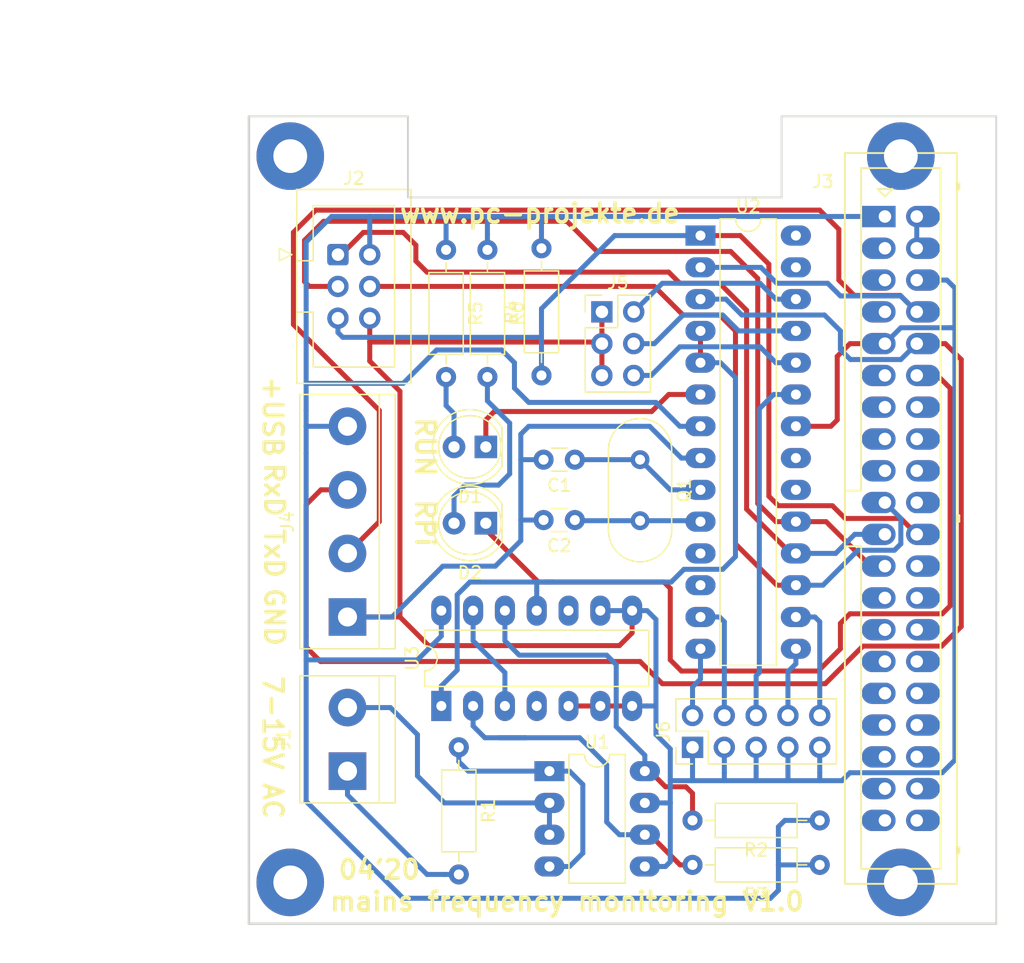
<source format=kicad_pcb>
(kicad_pcb (version 20211014) (generator pcbnew)
  (layers (0 "F.Cu" signal) (31 "B.Cu" signal) (34 "B.Paste" user) (35 "F.Paste" user) (36 "B.SilkS" user "B.Silkscreen") (37 "F.SilkS" user "F.Silkscreen") (38 "B.Mask" user) (39 "F.Mask" user) (44 "Edge.Cuts" user))
  (net 0 "")
  (net 1 "+5V")
  (net 2 "GND")
  (net 3 "+3V3")
  (net 4 "Net-(D1-Pad2)")
  (net 5 "Net-(R2-Pad2)")
  (net 6 "Net-(R3-Pad2)")
  (net 7 "Net-(J1-Pad2)")
  (net 8 "Net-(J1-Pad1)")
  (net 9 "Net-(C1-Pad1)")
  (net 10 "Net-(C2-Pad1)")
  (net 11 "Net-(D2-Pad2)")
  (net 12 "TxD")
  (net 13 "LED1")
  (net 14 "LED2")
  (net 15 "RST")
  (net 16 "MOSI")
  (net 17 "CLK")
  (net 18 "MISO")
  (net 19 "RxD")
  (net 20 "Pin24")
  (net 21 "Pin25")
  (net 22 "Pin26")
  (net 23 "Pin16")
  (net 24 "Pin15")
  (net 25 "Pin13")
  (net 26 "Pin14")
  (net 27 "Pin23")
  (net 28 "Net-(U3-Pad13)")
  (net 29 "Net-(U2-Pad4)")
  (net 30 "Net-(R1-Pad1)")
  (footprint "Mounting_Holes:MountingHole_2.7mm_Pad" (layer "F.Cu") (at 189.23 38.227)
    (fp_text reference "")
    (fp_text value "MountingHole_2.7mm_Pad")
  )
  (footprint "Mounting_Holes:MountingHole_2.7mm_Pad" (layer "F.Cu") (at 140.462 38.227)
    (fp_text reference "")
    (fp_text value "MountingHole_2.7mm_Pad")
  )
  (footprint "Mounting_Holes:MountingHole_2.7mm_Pad" (layer "F.Cu") (at 140.462 96.266)
    (fp_text reference "")
    (fp_text value "MountingHole_2.7mm_Pad")
  )
  (footprint "Mounting_Holes:MountingHole_2.7mm_Pad" (layer "F.Cu") (at 189.23 96.266)
    (fp_text reference "")
    (fp_text value "MountingHole_2.7mm_Pad")
  )
  (footprint "Connectors_Multicomp:Multicomp_MC9A12-4034_2x20x2.54mm_Straight" (layer "F.Cu") (at 187.96 43.053 -90)
    (fp_text reference "J3")
    (fp_text value "Raspberry_Pi_2_3")
  )
  (footprint "Resistor_THT:R_Axial_DIN0207_L6.3mm_D2.5mm_P10.16mm_Horizontal" (layer "F.Cu") (at 160.528 55.753 90)
    (fp_text reference "R4")
    (fp_text value "1K")
  )
  (footprint "Resistor_THT:R_Axial_DIN0207_L6.3mm_D2.5mm_P10.16mm_Horizontal" (layer "F.Cu") (at 182.753 91.313 180)
    (fp_text reference "R2")
    (fp_text value "1k")
  )
  (footprint "Connector_IDC:IDC-Header_2x03_P2.54mm_Vertical" (layer "F.Cu") (at 144.272 46.101)
    (fp_text reference "J2")
    (fp_text value "Conn_02x03_Odd_Even")
  )
  (footprint "LED_THT:LED_D5.0mm_Clear" (layer "F.Cu") (at 156.083 61.468 180)
    (fp_text reference "D1")
    (fp_text value "LED")
  )
  (footprint "LED_THT:LED_D5.0mm_Clear" (layer "F.Cu") (at 156.083 67.564 180)
    (fp_text reference "D2")
    (fp_text value "LED")
  )
  (footprint "Resistor_THT:R_Axial_DIN0207_L6.3mm_D2.5mm_P10.16mm_Horizontal" (layer "F.Cu") (at 156.21 45.72 -90)
    (fp_text reference "R6")
    (fp_text value "100")
  )
  (footprint "Resistor_THT:R_Axial_DIN0207_L6.3mm_D2.5mm_P10.16mm_Horizontal" (layer "F.Cu") (at 152.908 45.72 -90)
    (fp_text reference "R5")
    (fp_text value "100")
  )
  (footprint "Package_DIP:DIP-14_W7.62mm_LongPads" (layer "F.Cu") (at 152.527 82.169 90)
    (fp_text reference "U3")
    (fp_text value "4093")
  )
  (footprint "Capacitor_THT:C_Disc_D3.0mm_W1.6mm_P2.50mm" (layer "F.Cu") (at 163.195 62.484 180)
    (fp_text reference "C1")
    (fp_text value "39pF")
  )
  (footprint "Capacitor_THT:C_Disc_D3.0mm_W1.6mm_P2.50mm" (layer "F.Cu") (at 163.195 67.31 180)
    (fp_text reference "C2")
    (fp_text value "39pF")
  )
  (footprint "Package_DIP:DIP-8_W7.62mm_LongPads" (layer "F.Cu") (at 161.163 87.376)
    (fp_text reference "U1")
    (fp_text value "PC827")
  )
  (footprint "Package_DIP:DIP-28_W7.62mm_LongPads" (layer "F.Cu") (at 173.228 44.577)
    (fp_text reference "U2")
    (fp_text value "ATmega328-PU")
  )
  (footprint "Connector_PinHeader_2.54mm:PinHeader_2x03_P2.54mm_Vertical" (layer "F.Cu") (at 165.354 50.673)
    (fp_text reference "J5")
    (fp_text value "Conn_02x03_Odd_Even")
  )
  (footprint "Connector_PinHeader_2.54mm:PinHeader_2x05_P2.54mm_Vertical" (layer "F.Cu") (at 172.593 85.471 90)
    (fp_text reference "J6")
    (fp_text value "Conn_02x05_Odd_Even")
  )
  (footprint "Crystal:Crystal_HC49-4H_Vertical" (layer "F.Cu") (at 168.402 62.484 -90)
    (fp_text reference "Q1")
    (fp_text value "10MHz")
  )
  (footprint "TerminalBlock:TerminalBlock_bornier-2_P5.08mm" (layer "F.Cu") (at 145.034 87.376 90)
    (fp_text reference "J1")
    (fp_text value "Conn_01x02_Female")
  )
  (footprint "TerminalBlock:TerminalBlock_bornier-4_P5.08mm" (layer "F.Cu") (at 145.034 75.057 90)
    (fp_text reference "J4")
    (fp_text value "Conn_01x04_Female")
  )
  (footprint "Resistor_THT:R_Axial_DIN0207_L6.3mm_D2.5mm_P10.16mm_Horizontal" (layer "F.Cu") (at 182.753 94.869 180)
    (fp_text reference "R3")
    (fp_text value "1k")
  )
  (footprint "Resistor_THT:R_Axial_DIN0207_L6.3mm_D2.5mm_P10.16mm_Horizontal" (layer "F.Cu") (at 153.924 85.471 -90)
    (fp_text reference "R1")
    (fp_text value "1k")
  )
  (gr_line (start 149.86 41.529) (end 149.86 35.052) (layer "Edge.Cuts") (width 0.15))
  (gr_line (start 179.578 41.529) (end 149.86 41.529) (layer "Edge.Cuts") (width 0.15))
  (gr_line (start 196.85 35.052) (end 179.705 35.052) (layer "Edge.Cuts") (width 0.15))
  (gr_line (start 179.705 41.529) (end 179.578 41.529) (layer "Edge.Cuts") (width 0.15))
  (gr_line (start 196.85 99.568) (end 137.16 99.568) (layer "Edge.Cuts") (width 0.2))
  (gr_line (start 179.705 35.179) (end 179.705 41.529) (layer "Edge.Cuts") (width 0.15))
  (gr_line (start 137.16 99.568) (end 137.16 35.052) (layer "Edge.Cuts") (width 0.2))
  (gr_line (start 149.86 35.052) (end 137.16 35.052) (layer "Edge.Cuts") (width 0.15))
  (gr_line (start 179.705 35.052) (end 179.705 35.179) (layer "Edge.Cuts") (width 0.15))
  (gr_line (start 196.85 35.052) (end 196.85 99.568) (layer "Edge.Cuts") (width 0.15))
  (gr_text "RUN" (at 151.257 61.468 270) (layer "F.SilkS") (effects (font (size 1.5 1.5) (thickness 0.3))))
  (gr_text "RPi" (at 151.257 67.564 270) (layer "F.SilkS") (effects (font (size 1.5 1.5) (thickness 0.3))))
  (gr_text "7-15V AC" (at 139.065 85.471 270) (layer "F.SilkS") (effects (font (size 1.5 1.5) (thickness 0.3))))
  (gr_text "+USB" (at 139.065 59.055 270) (layer "F.SilkS") (effects (font (size 1.5 1.5) (thickness 0.3))))
  (gr_text "RxD" (at 139.192 64.897 270) (layer "F.SilkS") (effects (font (size 1.5 1.5) (thickness 0.3))))
  (gr_text "TxD" (at 139.192 69.977 270) (layer "F.SilkS") (effects (font (size 1.5 1.5) (thickness 0.3))))
  (gr_text "GND" (at 139.192 75.057 270) (layer "F.SilkS") (effects (font (size 1.5 1.5) (thickness 0.3))))
  (gr_text "04'20" (at 147.574 95.25) (layer "F.SilkS") (effects (font (size 1.5 1.5) (thickness 0.3))))
  (gr_text "mains frequency monitoring V1.0" (at 162.56 97.79) (layer "F.SilkS") (effects (font (size 1.5 1.5) (thickness 0.3))))
  (gr_text "www.pc-projekte.de" (at 160.401 42.799) (layer "F.SilkS") (effects (font (size 1.5 1.5) (thickness 0.3))))
  (segment (start 190.5 43.053) (end 190.5 45.593) (width 0.4) (layer "B.Cu") (net 1))
  (segment (start 151.511 77.343) (end 166.751 77.343) (width 0.4) (layer "F.Cu") (net 2))
  (segment (start 167.767 76.327) (end 167.767 74.549) (width 0.4) (layer "F.Cu") (net 2))
  (segment (start 162.687 82.169) (end 165.227 82.169) (width 0.4) (layer "F.Cu") (net 2))
  (segment (start 166.751 77.343) (end 167.767 76.327) (width 0.4) (layer "F.Cu") (net 2))
  (segment (start 165.354 53.213) (end 165.354 55.753) (width 0.4) (layer "F.Cu") (net 2))
  (segment (start 146.812 53.086) (end 146.812 54.61) (width 0.4) (layer "F.Cu") (net 2))
  (segment (start 149.225 57.023) (end 149.225 75.057) (width 0.4) (layer "F.Cu") (net 2))
  (segment (start 184.15 54.229) (end 185.166 53.213) (width 0.4) (layer "F.Cu") (net 2))
  (segment (start 165.227 53.086) (end 150.241 53.086) (width 0.4) (layer "F.Cu") (net 2))
  (segment (start 180.848 59.817) (end 183.642 59.817) (width 0.4) (layer "F.Cu") (net 2))
  (segment (start 150.241 53.086) (end 146.812 53.086) (width 0.4) (layer "F.Cu") (net 2))
  (segment (start 185.166 53.213) (end 187.96 53.213) (width 0.4) (layer "F.Cu") (net 2))
  (segment (start 146.812 54.61) (end 149.225 57.023) (width 0.4) (layer "F.Cu") (net 2))
  (segment (start 146.934 75.057) (end 148.59 75.057) (width 0.4) (layer "F.Cu") (net 2))
  (segment (start 183.642 59.817) (end 184.15 59.309) (width 0.4) (layer "F.Cu") (net 2))
  (segment (start 165.354 53.213) (end 165.227 53.086) (width 0.4) (layer "F.Cu") (net 2))
  (segment (start 149.225 75.057) (end 151.511 77.343) (width 0.4) (layer "F.Cu") (net 2))
  (segment (start 145.034 75.057) (end 146.934 75.057) (width 0.4) (layer "F.Cu") (net 2))
  (segment (start 146.812 51.181) (end 146.812 53.086) (width 0.4) (layer "F.Cu") (net 2))
  (segment (start 184.15 59.309) (end 184.15 54.229) (width 0.4) (layer "F.Cu") (net 2))
  (segment (start 149.225 75.057) (end 148.59 75.057) (width 0.4) (layer "F.Cu") (net 2))
  (segment (start 165.227 82.169) (end 167.767 82.169) (width 0.4) (layer "F.Cu") (net 2))
  (segment (start 165.354 50.673) (end 165.354 53.213) (width 0.4) (layer "F.Cu") (net 2))
  (segment (start 175.133 87.503) (end 175.133 88.138) (width 0.4) (layer "B.Cu") (net 2))
  (segment (start 193.04 51.943) (end 193.548 51.943) (width 0.4) (layer "B.Cu") (net 2))
  (segment (start 170.434 94.996) (end 168.783 94.996) (width 0.4) (layer "B.Cu") (net 2))
  (segment (start 180.213 88.138) (end 182.753 88.138) (width 0.4) (layer "B.Cu") (net 2))
  (segment (start 187.96 53.213) (end 189.23 51.943) (width 0.4) (layer "B.Cu") (net 2))
  (segment (start 184.531 88.138) (end 185.166 87.503) (width 0.4) (layer "B.Cu") (net 2))
  (segment (start 170.815 88.138) (end 172.593 88.138) (width 0.4) (layer "B.Cu") (net 2))
  (segment (start 167.767 74.549) (end 168.967 74.549) (width 0.4) (layer "B.Cu") (net 2))
  (segment (start 158.877 60.452) (end 159.512 59.817) (width 0.4) (layer "B.Cu") (net 2))
  (segment (start 185.166 87.503) (end 192.532 87.503) (width 0.4) (layer "B.Cu") (net 2))
  (segment (start 160.695 67.31) (end 158.877 67.31) (width 0.4) (layer "B.Cu") (net 2))
  (segment (start 167.767 82.169) (end 168.967 82.169) (width 0.4) (layer "B.Cu") (net 2))
  (segment (start 156.845 70.993) (end 152.654 70.993) (width 0.4) (layer "B.Cu") (net 2))
  (segment (start 170.815 88.138) (end 170.815 89.916) (width 0.4) (layer "B.Cu") (net 2))
  (segment (start 171.704 62.357) (end 173.228 62.357) (width 0.4) (layer "B.Cu") (net 2))
  (segment (start 159.512 59.817) (end 169.164 59.817) (width 0.4) (layer "B.Cu") (net 2))
  (segment (start 182.753 85.471) (end 182.753 87.503) (width 0.4) (layer "B.Cu") (net 2))
  (segment (start 192.913 48.133) (end 190.5 48.133) (width 0.4) (layer "B.Cu") (net 2))
  (segment (start 180.213 87.503) (end 180.213 88.138) (width 0.4) (layer "B.Cu") (net 2))
  (segment (start 160.695 62.484) (end 158.877 62.484) (width 0.4) (layer "B.Cu") (net 2))
  (segment (start 169.672 82.169) (end 169.672 84.455) (width 0.4) (layer "B.Cu") (net 2))
  (segment (start 177.673 88.138) (end 180.213 88.138) (width 0.4) (layer "B.Cu") (net 2))
  (segment (start 170.815 89.916) (end 170.815 94.615) (width 0.4) (layer "B.Cu") (net 2))
  (segment (start 170.815 94.615) (end 170.434 94.996) (width 0.4) (layer "B.Cu") (net 2))
  (segment (start 158.877 68.961) (end 156.845 70.993) (width 0.4) (layer "B.Cu") (net 2))
  (segment (start 172.593 85.471) (end 172.593 87.503) (width 0.4) (layer "B.Cu") (net 2))
  (segment (start 165.227 74.549) (end 167.767 74.549) (width 0.4) (layer "B.Cu") (net 2))
  (segment (start 169.672 84.455) (end 170.815 85.598) (width 0.4) (layer "B.Cu") (net 2))
  (segment (start 169.672 77.343) (end 169.672 82.169) (width 0.4) (layer "B.Cu") (net 2))
  (segment (start 177.673 87.503) (end 177.673 88.138) (width 0.4) (layer "B.Cu") (net 2))
  (segment (start 172.593 88.138) (end 175.133 88.138) (width 0.4) (layer "B.Cu") (net 2))
  (segment (start 192.532 87.503) (end 193.548 86.487) (width 0.4) (layer "B.Cu") (net 2))
  (segment (start 175.133 85.471) (end 175.133 87.503) (width 0.4) (layer "B.Cu") (net 2))
  (segment (start 170.815 85.598) (end 170.815 88.138) (width 0.4) (layer "B.Cu") (net 2))
  (segment (start 182.753 87.503) (end 182.753 88.138) (width 0.4) (layer "B.Cu") (net 2))
  (segment (start 158.877 67.31) (end 158.877 68.961) (width 0.4) (layer "B.Cu") (net 2))
  (segment (start 158.877 62.484) (end 158.877 60.452) (width 0.4) (layer "B.Cu") (net 2))
  (segment (start 193.548 86.487) (end 193.548 51.943) (width 0.4) (layer "B.Cu") (net 2))
  (segment (start 169.672 75.254) (end 169.672 77.343) (width 0.4) (layer "B.Cu") (net 2))
  (segment (start 182.753 88.138) (end 184.531 88.138) (width 0.4) (layer "B.Cu") (net 2))
  (segment (start 180.213 85.471) (end 180.213 87.503) (width 0.4) (layer "B.Cu") (net 2))
  (segment (start 193.548 51.943) (end 193.548 48.768) (width 0.4) (layer "B.Cu") (net 2))
  (segment (start 158.877 67.31) (end 158.877 62.484) (width 0.4) (layer "B.Cu") (net 2))
  (segment (start 193.421 51.943) (end 193.04 51.943) (width 0.4) (layer "B.Cu") (net 2))
  (segment (start 168.967 82.169) (end 169.672 82.169) (width 0.4) (layer "B.Cu") (net 2))
  (segment (start 152.654 70.993) (end 148.59 75.057) (width 0.4) (layer "B.Cu") (net 2))
  (segment (start 168.783 89.916) (end 170.383 89.916) (width 0.4) (layer "B.Cu") (net 2))
  (segment (start 148.59 75.057) (end 145.034 75.057) (width 0.4) (layer "B.Cu") (net 2))
  (segment (start 170.383 89.916) (end 170.815 89.916) (width 0.4) (layer "B.Cu") (net 2))
  (segment (start 193.548 48.768) (end 192.913 48.133) (width 0.4) (layer "B.Cu") (net 2))
  (segment (start 189.23 51.943) (end 193.04 51.943) (width 0.4) (layer "B.Cu") (net 2))
  (segment (start 168.967 74.549) (end 169.672 75.254) (width 0.4) (layer "B.Cu") (net 2))
  (segment (start 175.133 88.138) (end 177.673 88.138) (width 0.4) (layer "B.Cu") (net 2))
  (segment (start 172.593 87.503) (end 172.593 88.138) (width 0.4) (layer "B.Cu") (net 2))
  (segment (start 177.673 85.471) (end 177.673 87.503) (width 0.4) (layer "B.Cu") (net 2))
  (segment (start 169.164 59.817) (end 171.704 62.357) (width 0.4) (layer "B.Cu") (net 2))
  (segment (start 160.528 45.593) (end 160.528 44.343) (width 0.4) (layer "B.Cu") (net 3))
  (segment (start 141.732 59.817) (end 141.732 61.976) (width 0.4) (layer "B.Cu") (net 3))
  (segment (start 151.511 43.053) (end 151.003 43.053) (width 0.4) (layer "B.Cu") (net 3))
  (segment (start 151.003 43.053) (end 148.463 43.053) (width 0.4) (layer "B.Cu") (net 3))
  (segment (start 158.369 54.737) (end 158.369 56.769) (width 0.4) (layer "B.Cu") (net 3))
  (segment (start 181.356 94.869) (end 179.451 94.869) (width 0.4) (layer "B.Cu") (net 3))
  (segment (start 141.732 58.547) (end 141.732 59.817) (width 0.4) (layer "B.Cu") (net 3))
  (segment (start 152.527 74.549) (end 152.527 76.581) (width 0.4) (layer "B.Cu") (net 3))
  (segment (start 148.463 43.053) (end 147.574 43.053) (width 0.4) (layer "B.Cu") (net 3))
  (segment (start 187.96 43.053) (end 167.386 43.053) (width 0.4) (layer "B.Cu") (net 3))
  (segment (start 150.622 78.486) (end 141.732 78.486) (width 0.4) (layer "B.Cu") (net 3))
  (segment (start 158.369 56.769) (end 159.512 57.912) (width 0.4) (layer "B.Cu") (net 3))
  (segment (start 152.146 53.721) (end 157.353 53.721) (width 0.4) (layer "B.Cu") (net 3))
  (segment (start 141.732 89.789) (end 149.479 97.536) (width 0.4) (layer "B.Cu") (net 3))
  (segment (start 157.099 43.053) (end 156.21 43.053) (width 0.4) (layer "B.Cu") (net 3))
  (segment (start 141.732 45.085) (end 141.732 56.388) (width 0.4) (layer "B.Cu") (net 3))
  (segment (start 152.908 45.72) (end 152.908 44.47) (width 0.4) (layer "B.Cu") (net 3))
  (segment (start 178.816 97.536) (end 179.451 96.901) (width 0.4) (layer "B.Cu") (net 3))
  (segment (start 156.21 44.47) (end 156.21 43.053) (width 0.4) (layer "B.Cu") (net 3))
  (segment (start 181.356 91.313) (end 182.753 91.313) (width 0.4) (layer "B.Cu") (net 3))
  (segment (start 179.451 94.869) (end 179.451 91.821) (width 0.4) (layer "B.Cu") (net 3))
  (segment (start 159.512 57.912) (end 169.672 57.912) (width 0.4) (layer "B.Cu") (net 3))
  (segment (start 156.21 45.72) (end 156.21 44.47) (width 0.4) (layer "B.Cu") (net 3))
  (segment (start 143.764 43.053) (end 141.732 45.085) (width 0.4) (layer "B.Cu") (net 3))
  (segment (start 146.812 46.101) (end 146.812 43.053) (width 0.4) (layer "B.Cu") (net 3))
  (segment (start 179.959 91.313) (end 181.356 91.313) (width 0.4) (layer "B.Cu") (net 3))
  (segment (start 156.21 43.053) (end 153.543 43.053) (width 0.4) (layer "B.Cu") (net 3))
  (segment (start 160.909 43.18) (end 160.782 43.053) (width 0.4) (layer "B.Cu") (net 3))
  (segment (start 160.528 43.053) (end 158.877 43.053) (width 0.4) (layer "B.Cu") (net 3))
  (segment (start 149.479 56.388) (end 152.146 53.721) (width 0.4) (layer "B.Cu") (net 3))
  (segment (start 141.732 76.581) (end 141.732 89.789) (width 0.4) (layer "B.Cu") (net 3))
  (segment (start 149.479 97.536) (end 178.816 97.536) (width 0.4) (layer "B.Cu") (net 3))
  (segment (start 161.544 43.053) (end 160.782 43.053) (width 0.4) (layer "B.Cu") (net 3))
  (segment (start 146.812 43.053) (end 143.764 43.053) (width 0.4) (layer "B.Cu") (net 3))
  (segment (start 147.574 43.053) (end 147.32 43.053) (width 0.4) (layer "B.Cu") (net 3))
  (segment (start 152.527 76.581) (end 150.622 78.486) (width 0.4) (layer "B.Cu") (net 3))
  (segment (start 141.732 61.976) (end 141.732 76.581) (width 0.4) (layer "B.Cu") (net 3))
  (segment (start 179.451 96.901) (end 179.451 94.869) (width 0.4) (layer "B.Cu") (net 3))
  (segment (start 152.908 43.053) (end 151.511 43.053) (width 0.4) (layer "B.Cu") (net 3))
  (segment (start 160.782 43.053) (end 160.528 43.053) (width 0.4) (layer "B.Cu") (net 3))
  (segment (start 153.543 43.053) (end 152.908 43.053) (width 0.4) (layer "B.Cu") (net 3))
  (segment (start 167.386 43.053) (end 162.433 43.053) (width 0.4) (layer "B.Cu") (net 3))
  (segment (start 141.732 56.388) (end 149.479 56.388) (width 0.4) (layer "B.Cu") (net 3))
  (segment (start 141.732 56.388) (end 141.732 58.547) (width 0.4) (layer "B.Cu") (net 3))
  (segment (start 169.672 57.912) (end 171.577 59.817) (width 0.4) (layer "B.Cu") (net 3))
  (segment (start 152.908 44.47) (end 152.908 43.053) (width 0.4) (layer "B.Cu") (net 3))
  (segment (start 171.577 59.817) (end 173.228 59.817) (width 0.4) (layer "B.Cu") (net 3))
  (segment (start 181.356 94.869) (end 182.753 94.869) (width 0.4) (layer "B.Cu") (net 3))
  (segment (start 145.034 59.817) (end 141.732 59.817) (width 0.4) (layer "B.Cu") (net 3))
  (segment (start 162.433 43.053) (end 161.544 43.053) (width 0.4) (layer "B.Cu") (net 3))
  (segment (start 157.353 53.721) (end 158.369 54.737) (width 0.4) (layer "B.Cu") (net 3))
  (segment (start 147.32 43.053) (end 146.812 43.053) (width 0.4) (layer "B.Cu") (net 3))
  (segment (start 158.877 43.053) (end 157.099 43.053) (width 0.4) (layer "B.Cu") (net 3))
  (segment (start 160.528 44.343) (end 160.528 43.053) (width 0.4) (layer "B.Cu") (net 3))
  (segment (start 179.451 91.821) (end 179.959 91.313) (width 0.4) (layer "B.Cu") (net 3))
  (segment (start 153.543 58.801) (end 153.543 61.468) (width 0.4) (layer "B.Cu") (net 4))
  (segment (start 152.908 55.88) (end 152.908 58.166) (width 0.4) (layer "B.Cu") (net 4))
  (segment (start 152.908 58.166) (end 153.543 58.801) (width 0.4) (layer "B.Cu") (net 4))
  (segment (start 168.783 87.376) (end 169.183 87.376) (width 0.4) (layer "F.Cu") (net 5))
  (segment (start 172.593 89.154) (end 172.593 91.313) (width 0.4) (layer "F.Cu") (net 5))
  (segment (start 169.183 87.376) (end 170.434 88.627) (width 0.4) (layer "F.Cu") (net 5))
  (segment (start 170.434 88.627) (end 172.066 88.627) (width 0.4) (layer "F.Cu") (net 5))
  (segment (start 172.066 88.627) (end 172.593 89.154) (width 0.4) (layer "F.Cu") (net 5))
  (segment (start 157.607 74.549) (end 157.607 76.962) (width 0.4) (layer "B.Cu") (net 5))
  (segment (start 166.497 78.867) (end 166.497 83.82) (width 0.4) (layer "B.Cu") (net 5))
  (segment (start 166.497 83.82) (end 168.783 86.106) (width 0.4) (layer "B.Cu") (net 5))
  (segment (start 158.75 78.105) (end 165.735 78.105) (width 0.4) (layer "B.Cu") (net 5))
  (segment (start 168.783 86.106) (end 168.783 87.376) (width 0.4) (layer "B.Cu") (net 5))
  (segment (start 165.735 78.105) (end 166.497 78.867) (width 0.4) (layer "B.Cu") (net 5))
  (segment (start 157.607 76.962) (end 158.75 78.105) (width 0.4) (layer "B.Cu") (net 5))
  (segment (start 168.783 92.456) (end 169.183 92.456) (width 0.4) (layer "F.Cu") (net 6))
  (segment (start 171.596 94.869) (end 172.593 94.869) (width 0.4) (layer "F.Cu") (net 6))
  (segment (start 169.183 92.456) (end 171.596 94.869) (width 0.4) (layer "F.Cu") (net 6))
  (segment (start 155.067 82.169) (end 155.067 83.769) (width 0.4) (layer "B.Cu") (net 6))
  (segment (start 163.576 84.709) (end 165.735 86.868) (width 0.4) (layer "B.Cu") (net 6))
  (segment (start 159.258 84.709) (end 163.576 84.709) (width 0.4) (layer "B.Cu") (net 6))
  (segment (start 167.259 92.456) (end 168.783 92.456) (width 0.4) (layer "B.Cu") (net 6))
  (segment (start 156.007 84.709) (end 159.258 84.709) (width 0.4) (layer "B.Cu") (net 6))
  (segment (start 155.067 83.769) (end 156.007 84.709) (width 0.4) (layer "B.Cu") (net 6))
  (segment (start 166.751 92.456) (end 167.259 92.456) (width 0.4) (layer "B.Cu") (net 6))
  (segment (start 165.735 86.868) (end 165.735 91.44) (width 0.4) (layer "B.Cu") (net 6))
  (segment (start 165.735 91.44) (end 166.751 92.456) (width 0.4) (layer "B.Cu") (net 6))
  (segment (start 157.15 84.709) (end 159.258 84.709) (width 0.4) (layer "B.Cu") (net 6))
  (segment (start 150.622 87.757) (end 152.781 89.916) (width 0.4) (layer "B.Cu") (net 7))
  (segment (start 161.163 89.916) (end 161.163 92.456) (width 0.4) (layer "B.Cu") (net 7))
  (segment (start 152.781 89.916) (end 161.163 89.916) (width 0.4) (layer "B.Cu") (net 7))
  (segment (start 150.622 84.455) (end 150.622 87.757) (width 0.4) (layer "B.Cu") (net 7))
  (segment (start 145.034 82.296) (end 148.463 82.296) (width 0.4) (layer "B.Cu") (net 7))
  (segment (start 148.463 82.296) (end 150.622 84.455) (width 0.4) (layer "B.Cu") (net 7))
  (segment (start 152.79263 95.631) (end 153.924 95.631) (width 0.4) (layer "B.Cu") (net 8))
  (segment (start 145.034 89.276) (end 151.389 95.631) (width 0.4) (layer "B.Cu") (net 8))
  (segment (start 151.389 95.631) (end 152.79263 95.631) (width 0.4) (layer "B.Cu") (net 8))
  (segment (start 145.034 87.376) (end 145.034 89.276) (width 0.4) (layer "B.Cu") (net 8))
  (segment (start 168.394 62.484) (end 170.807 64.897) (width 0.4) (layer "B.Cu") (net 9))
  (segment (start 167.894 62.484) (end 168.394 62.484) (width 0.4) (layer "B.Cu") (net 9))
  (segment (start 170.807 64.897) (end 173.228 64.897) (width 0.4) (layer "B.Cu") (net 9))
  (segment (start 167.894 62.484) (end 166.144 62.484) (width 0.4) (layer "B.Cu") (net 9))
  (segment (start 166.144 62.484) (end 163.068 62.484) (width 0.4) (layer "B.Cu") (net 9))
  (segment (start 167.894 67.364) (end 173.155 67.364) (width 0.4) (layer "B.Cu") (net 10))
  (segment (start 167.894 67.364) (end 163.014 67.364) (width 0.4) (layer "B.Cu") (net 10))
  (segment (start 173.155 67.364) (end 173.228 67.437) (width 0.4) (layer "B.Cu") (net 10))
  (segment (start 157.988 59.563) (end 156.21 57.785) (width 0.4) (layer "B.Cu") (net 11))
  (segment (start 157.099 64.516) (end 157.988 63.627) (width 0.4) (layer "B.Cu") (net 11))
  (segment (start 156.21 57.785) (end 156.21 55.88) (width 0.4) (layer "B.Cu") (net 11))
  (segment (start 153.543 67.564) (end 153.543 65.405) (width 0.4) (layer "B.Cu") (net 11))
  (segment (start 154.432 64.516) (end 157.099 64.516) (width 0.4) (layer "B.Cu") (net 11))
  (segment (start 153.543 65.405) (end 154.432 64.516) (width 0.4) (layer "B.Cu") (net 11))
  (segment (start 157.988 63.627) (end 157.988 59.563) (width 0.4) (layer "B.Cu") (net 11))
  (segment (start 168.402 78.613) (end 142.875 78.613) (width 0.4) (layer "F.Cu") (net 12))
  (segment (start 141.732 77.47) (end 141.732 66.07768) (width 0.4) (layer "F.Cu") (net 12))
  (segment (start 142.875 78.613) (end 141.732 77.47) (width 0.4) (layer "F.Cu") (net 12))
  (segment (start 190.5 53.213) (end 192.786 53.213) (width 0.4) (layer "F.Cu") (net 12))
  (segment (start 192.49201 77.38299) (end 186.200268 77.38299) (width 0.4) (layer "F.Cu") (net 12))
  (segment (start 141.732 66.07768) (end 142.91268 64.897) (width 0.4) (layer "F.Cu") (net 12))
  (segment (start 170.18 80.391) (end 168.402 78.613) (width 0.4) (layer "F.Cu") (net 12))
  (segment (start 194.056 75.819) (end 192.49201 77.38299) (width 0.4) (layer "F.Cu") (net 12))
  (segment (start 183.192258 80.391) (end 170.18 80.391) (width 0.4) (layer "F.Cu") (net 12))
  (segment (start 142.91268 64.897) (end 145.034 64.897) (width 0.4) (layer "F.Cu") (net 12))
  (segment (start 186.200268 77.38299) (end 183.192258 80.391) (width 0.4) (layer "F.Cu") (net 12))
  (segment (start 194.056 54.483) (end 194.056 75.819) (width 0.4) (layer "F.Cu") (net 12))
  (segment (start 192.786 53.213) (end 194.056 54.483) (width 0.4) (layer "F.Cu") (net 12))
  (segment (start 184.404 52.197) (end 184.404 53.684214) (width 0.4) (layer "B.Cu") (net 12))
  (segment (start 175.26 49.657) (end 176.53 50.927) (width 0.4) (layer "B.Cu") (net 12))
  (segment (start 173.228 49.657) (end 175.26 49.657) (width 0.4) (layer "B.Cu") (net 12))
  (segment (start 176.53 50.927) (end 183.134 50.927) (width 0.4) (layer "B.Cu") (net 12))
  (segment (start 184.404 53.684214) (end 185.202786 54.483) (width 0.4) (layer "B.Cu") (net 12))
  (segment (start 189.23 54.483) (end 190.5 53.213) (width 0.4) (layer "B.Cu") (net 12))
  (segment (start 183.134 50.927) (end 184.404 52.197) (width 0.4) (layer "B.Cu") (net 12))
  (segment (start 185.202786 54.483) (end 189.23 54.483) (width 0.4) (layer "B.Cu") (net 12))
  (segment (start 156.75501 58.63699) (end 169.32801 58.63699) (width 0.4) (layer "F.Cu") (net 13))
  (segment (start 169.32801 58.63699) (end 170.688 57.277) (width 0.4) (layer "F.Cu") (net 13))
  (segment (start 170.688 57.277) (end 173.228 57.277) (width 0.4) (layer "F.Cu") (net 13))
  (segment (start 156.083 59.309) (end 156.75501 58.63699) (width 0.4) (layer "F.Cu") (net 13))
  (segment (start 156.083 61.468) (end 156.083 59.309) (width 0.4) (layer "F.Cu") (net 13))
  (segment (start 192.151 55.753) (end 193.167 56.769) (width 0.4) (layer "F.Cu") (net 14))
  (segment (start 190.5 55.753) (end 192.151 55.753) (width 0.4) (layer "F.Cu") (net 14))
  (segment (start 182.626 79.375) (end 171.704 79.375) (width 0.4) (layer "F.Cu") (net 14))
  (segment (start 170.815 72.771) (end 170.307 72.263) (width 0.4) (layer "F.Cu") (net 14))
  (segment (start 193.167 56.769) (end 193.167 74.168) (width 0.4) (layer "F.Cu") (net 14))
  (segment (start 184.404 77.597) (end 182.626 79.375) (width 0.4) (layer "F.Cu") (net 14))
  (segment (start 184.404 75.565) (end 184.404 77.597) (width 0.4) (layer "F.Cu") (net 14))
  (segment (start 192.532 74.803) (end 185.166 74.803) (width 0.4) (layer "F.Cu") (net 14))
  (segment (start 156.083 68.072) (end 156.083 67.564) (width 0.4) (layer "F.Cu") (net 14))
  (segment (start 171.704 79.375) (end 170.815 78.486) (width 0.4) (layer "F.Cu") (net 14))
  (segment (start 170.307 72.263) (end 160.274 72.263) (width 0.4) (layer "F.Cu") (net 14))
  (segment (start 160.274 72.263) (end 156.083 68.072) (width 0.4) (layer "F.Cu") (net 14))
  (segment (start 170.815 78.486) (end 170.815 72.771) (width 0.4) (layer "F.Cu") (net 14))
  (segment (start 185.166 74.803) (end 184.404 75.565) (width 0.4) (layer "F.Cu") (net 14))
  (segment (start 193.167 74.168) (end 192.532 74.803) (width 0.4) (layer "F.Cu") (net 14))
  (segment (start 176.403 44.577) (end 173.228 44.577) (width 0.4) (layer "F.Cu") (net 15))
  (segment (start 178.689 65.405) (end 178.689 46.863) (width 0.4) (layer "F.Cu") (net 15))
  (segment (start 189.23 67.183) (end 184.785 67.183) (width 0.4) (layer "F.Cu") (net 15))
  (segment (start 183.769 66.167) (end 179.451 66.167) (width 0.4) (layer "F.Cu") (net 15))
  (segment (start 179.451 66.167) (end 178.689 65.405) (width 0.4) (layer "F.Cu") (net 15))
  (segment (start 190.5 68.453) (end 189.23 67.183) (width 0.4) (layer "F.Cu") (net 15))
  (segment (start 178.689 46.863) (end 176.403 44.577) (width 0.4) (layer "F.Cu") (net 15))
  (segment (start 184.785 67.183) (end 183.769 66.167) (width 0.4) (layer "F.Cu") (net 15))
  (segment (start 173.228 44.577) (end 166.37 44.577) (width 0.4) (layer "B.Cu") (net 15))
  (segment (start 150.749 52.705) (end 151.765 52.705) (width 0.4) (layer "B.Cu") (net 15))
  (segment (start 160.528 52.705) (end 160.528 55.753) (width 0.4) (layer "B.Cu") (net 15))
  (segment (start 144.272 52.324) (end 144.653 52.705) (width 0.4) (layer "B.Cu") (net 15))
  (segment (start 144.272 51.181) (end 144.272 52.324) (width 0.4) (layer "B.Cu") (net 15))
  (segment (start 144.653 52.705) (end 150.749 52.705) (width 0.4) (layer "B.Cu") (net 15))
  (segment (start 166.37 44.577) (end 160.528 50.419) (width 0.4) (layer "B.Cu") (net 15))
  (segment (start 160.528 52.705) (end 151.765 52.705) (width 0.4) (layer "B.Cu") (net 15))
  (segment (start 151.765 52.705) (end 151.384 52.705) (width 0.4) (layer "B.Cu") (net 15))
  (segment (start 160.528 50.419) (end 160.528 52.705) (width 0.4) (layer "B.Cu") (net 15))
  (segment (start 169.545 48.641) (end 163.576 48.641) (width 0.4) (layer "F.Cu") (net 16))
  (segment (start 174.752 50.927) (end 171.831 50.927) (width 0.4) (layer "F.Cu") (net 16))
  (segment (start 150.749 48.641) (end 163.576 48.641) (width 0.4) (layer "F.Cu") (net 16))
  (segment (start 171.831 50.927) (end 169.545 48.641) (width 0.4) (layer "F.Cu") (net 16))
  (segment (start 176.022 52.197) (end 174.752 50.927) (width 0.4) (layer "F.Cu") (net 16))
  (segment (start 180.848 72.517) (end 179.324 72.517) (width 0.4) (layer "F.Cu") (net 16))
  (segment (start 176.022 69.215) (end 176.022 52.197) (width 0.4) (layer "F.Cu") (net 16))
  (segment (start 163.576 48.641) (end 163.195 48.641) (width 0.4) (layer "F.Cu") (net 16))
  (segment (start 179.324 72.517) (end 176.022 69.215) (width 0.4) (layer "F.Cu") (net 16))
  (segment (start 146.812 48.641) (end 150.749 48.641) (width 0.4) (layer "F.Cu") (net 16))
  (segment (start 183.007 72.517) (end 180.848 72.517) (width 0.4) (layer "B.Cu") (net 16))
  (segment (start 188.722 69.723) (end 185.801 69.723) (width 0.4) (layer "B.Cu") (net 16))
  (segment (start 185.801 69.723) (end 183.007 72.517) (width 0.4) (layer "B.Cu") (net 16))
  (segment (start 189.23 67.183) (end 189.23 69.215) (width 0.4) (layer "B.Cu") (net 16))
  (segment (start 189.23 69.215) (end 188.722 69.723) (width 0.4) (layer "B.Cu") (net 16))
  (segment (start 187.96 65.913) (end 189.23 67.183) (width 0.4) (layer "B.Cu") (net 16))
  (segment (start 162.56 43.434) (end 143.129 43.434) (width 0.4) (layer "F.Cu") (net 17))
  (segment (start 141.986 48.641) (end 144.272 48.641) (width 0.4) (layer "F.Cu") (net 17))
  (segment (start 177.8 65.989) (end 177.8 48.006) (width 0.4) (layer "F.Cu") (net 17))
  (segment (start 175.641 45.847) (end 164.973 45.847) (width 0.4) (layer "F.Cu") (net 17))
  (segment (start 164.973 45.847) (end 162.56 43.434) (width 0.4) (layer "F.Cu") (net 17))
  (segment (start 183.261 67.437) (end 180.848 67.437) (width 0.4) (layer "F.Cu") (net 17))
  (segment (start 141.605 48.26) (end 141.986 48.641) (width 0.4) (layer "F.Cu") (net 17))
  (segment (start 187.96 70.993) (end 186.817 70.993) (width 0.4) (layer "F.Cu") (net 17))
  (segment (start 180.848 67.437) (end 179.248 67.437) (width 0.4) (layer "F.Cu") (net 17))
  (segment (start 179.248 67.437) (end 177.8 65.989) (width 0.4) (layer "F.Cu") (net 17))
  (segment (start 177.8 48.006) (end 175.641 45.847) (width 0.4) (layer "F.Cu") (net 17))
  (segment (start 143.129 43.434) (end 141.605 44.958) (width 0.4) (layer "F.Cu") (net 17))
  (segment (start 141.605 44.958) (end 141.605 48.26) (width 0.4) (layer "F.Cu") (net 17))
  (segment (start 186.817 70.993) (end 183.261 67.437) (width 0.4) (layer "F.Cu") (net 17))
  (segment (start 176.911 50.546) (end 176.911 66.44) (width 0.4) (layer "F.Cu") (net 18))
  (segment (start 176.911 66.44) (end 180.448 69.977) (width 0.4) (layer "F.Cu") (net 18))
  (segment (start 170.688 47.498) (end 171.577 48.387) (width 0.4) (layer "F.Cu") (net 18))
  (segment (start 150.495 46.609) (end 151.384 47.498) (width 0.4) (layer "F.Cu") (net 18))
  (segment (start 149.479 44.323) (end 150.495 45.339) (width 0.4) (layer "F.Cu") (net 18))
  (segment (start 180.448 69.977) (end 180.848 69.977) (width 0.4) (layer "F.Cu") (net 18))
  (segment (start 144.78 45.847) (end 146.304 44.323) (width 0.4) (layer "F.Cu") (net 18))
  (segment (start 174.752 48.387) (end 176.911 50.546) (width 0.4) (layer "F.Cu") (net 18))
  (segment (start 146.304 44.323) (end 149.479 44.323) (width 0.4) (layer "F.Cu") (net 18))
  (segment (start 150.495 45.339) (end 150.495 46.609) (width 0.4) (layer "F.Cu") (net 18))
  (segment (start 171.577 48.387) (end 174.752 48.387) (width 0.4) (layer "F.Cu") (net 18))
  (segment (start 151.384 47.498) (end 170.688 47.498) (width 0.4) (layer "F.Cu") (net 18))
  (segment (start 187.96 68.453) (end 185.547 68.453) (width 0.4) (layer "B.Cu") (net 18))
  (segment (start 184.023 69.977) (end 180.848 69.977) (width 0.4) (layer "B.Cu") (net 18))
  (segment (start 185.547 68.453) (end 184.023 69.977) (width 0.4) (layer "B.Cu") (net 18))
  (segment (start 189.19001 49.36301) (end 190.5 50.673) (width 0.4) (layer "F.Cu") (net 19))
  (segment (start 147.574 67.437) (end 145.034 69.977) (width 0.4) (layer "F.Cu") (net 19))
  (segment (start 185.50701 49.36301) (end 189.19001 49.36301) (width 0.4) (layer "F.Cu") (net 19))
  (segment (start 140.716 44.323) (end 140.716 51.689) (width 0.4) (layer "F.Cu") (net 19))
  (segment (start 164.973 42.545) (end 182.753 42.545) (width 0.4) (layer "F.Cu") (net 19))
  (segment (start 142.494 42.545) (end 140.716 44.323) (width 0.4) (layer "F.Cu") (net 19))
  (segment (start 164.973 42.545) (end 142.494 42.545) (width 0.4) (layer "F.Cu") (net 19))
  (segment (start 147.574 58.547) (end 147.574 67.437) (width 0.4) (layer "F.Cu") (net 19))
  (segment (start 184.277 44.069) (end 184.277 48.133) (width 0.4) (layer "F.Cu") (net 19))
  (segment (start 140.716 51.689) (end 147.574 58.547) (width 0.4) (layer "F.Cu") (net 19))
  (segment (start 184.277 48.133) (end 185.50701 49.36301) (width 0.4) (layer "F.Cu") (net 19))
  (segment (start 182.753 42.545) (end 184.277 44.069) (width 0.4) (layer "F.Cu") (net 19))
  (segment (start 190.5 50.673) (end 189.23 49.403) (width 0.4) (layer "B.Cu") (net 19))
  (segment (start 189.23 49.403) (end 184.404 49.403) (width 0.4) (layer "B.Cu") (net 19))
  (segment (start 184.404 49.403) (end 183.388 48.387) (width 0.4) (layer "B.Cu") (net 19))
  (segment (start 178.054 47.117) (end 173.228 47.117) (width 0.4) (layer "B.Cu") (net 19))
  (segment (start 179.324 48.387) (end 178.054 47.117) (width 0.4) (layer "B.Cu") (net 19))
  (segment (start 183.388 48.387) (end 179.324 48.387) (width 0.4) (layer "B.Cu") (net 19))
  (segment (start 171.577 53.467) (end 169.291 55.753) (width 0.4) (layer "B.Cu") (net 20))
  (segment (start 180.848 54.737) (end 179.248 54.737) (width 0.4) (layer "B.Cu") (net 20))
  (segment (start 177.978 53.467) (end 171.577 53.467) (width 0.4) (layer "B.Cu") (net 20))
  (segment (start 169.291 55.753) (end 167.894 55.753) (width 0.4) (layer "B.Cu") (net 20))
  (segment (start 179.248 54.737) (end 177.978 53.467) (width 0.4) (layer "B.Cu") (net 20))
  (segment (start 169.545 53.213) (end 167.894 53.213) (width 0.4) (layer "B.Cu") (net 21))
  (segment (start 180.848 52.197) (end 176.276 52.197) (width 0.4) (layer "B.Cu") (net 21))
  (segment (start 176.276 52.197) (end 175.006 50.927) (width 0.4) (layer "B.Cu") (net 21))
  (segment (start 175.006 50.927) (end 171.831 50.927) (width 0.4) (layer "B.Cu") (net 21))
  (segment (start 171.831 50.927) (end 169.545 53.213) (width 0.4) (layer "B.Cu") (net 21))
  (segment (start 180.848 49.657) (end 179.248 49.657) (width 0.4) (layer "B.Cu") (net 22))
  (segment (start 170.18 48.387) (end 167.894 50.673) (width 0.4) (layer "B.Cu") (net 22))
  (segment (start 177.978 48.387) (end 170.18 48.387) (width 0.4) (layer "B.Cu") (net 22))
  (segment (start 179.248 49.657) (end 177.978 48.387) (width 0.4) (layer "B.Cu") (net 22))
  (segment (start 180.848 75.057) (end 182.372 75.057) (width 0.4) (layer "B.Cu") (net 23))
  (segment (start 182.753 75.438) (end 182.753 82.931) (width 0.4) (layer "B.Cu") (net 23))
  (segment (start 182.372 75.057) (end 182.753 75.438) (width 0.4) (layer "B.Cu") (net 23))
  (segment (start 180.848 77.597) (end 180.848 78.797) (width 0.4) (layer "B.Cu") (net 24))
  (segment (start 180.848 78.797) (end 180.213 79.432) (width 0.4) (layer "B.Cu") (net 24))
  (segment (start 180.213 79.432) (end 180.213 82.931) (width 0.4) (layer "B.Cu") (net 24))
  (segment (start 175.133 75.438) (end 175.133 82.931) (width 0.4) (layer "B.Cu") (net 25))
  (segment (start 174.752 75.057) (end 175.133 75.438) (width 0.4) (layer "B.Cu") (net 25))
  (segment (start 173.228 75.057) (end 174.752 75.057) (width 0.4) (layer "B.Cu") (net 25))
  (segment (start 172.593 80.645) (end 172.593 82.931) (width 0.4) (layer "B.Cu") (net 26))
  (segment (start 173.228 77.597) (end 173.228 80.01) (width 0.4) (layer "B.Cu") (net 26))
  (segment (start 173.228 80.01) (end 172.593 80.645) (width 0.4) (layer "B.Cu") (net 26))
  (segment (start 177.927 58.42) (end 177.927 79.502) (width 0.4) (layer "B.Cu") (net 27))
  (segment (start 177.673 79.756) (end 177.673 82.931) (width 0.4) (layer "B.Cu") (net 27))
  (segment (start 180.848 57.277) (end 179.07 57.277) (width 0.4) (layer "B.Cu") (net 27))
  (segment (start 177.927 79.502) (end 177.673 79.756) (width 0.4) (layer "B.Cu") (net 27))
  (segment (start 179.07 57.277) (end 177.927 58.42) (width 0.4) (layer "B.Cu") (net 27))
  (segment (start 155.067 76.962) (end 157.607 79.502) (width 0.4) (layer "B.Cu") (net 28))
  (segment (start 155.067 74.549) (end 155.067 76.962) (width 0.4) (layer "B.Cu") (net 28))
  (segment (start 157.607 79.502) (end 157.607 82.169) (width 0.4) (layer "B.Cu") (net 28))
  (segment (start 173.228 52.197) (end 173.228 54.737) (width 0.4) (layer "F.Cu") (net 29))
  (segment (start 176.022 55.931) (end 176.022 70.231) (width 0.4) (layer "B.Cu") (net 29))
  (segment (start 160.147 72.949) (end 160.147 72.263) (width 0.4) (layer "B.Cu") (net 29))
  (segment (start 176.022 70.231) (end 175.006 71.247) (width 0.4) (layer "B.Cu") (net 29))
  (segment (start 160.147 72.949) (end 160.147 74.549) (width 0.4) (layer "B.Cu") (net 29))
  (segment (start 153.797 79.299) (end 153.797 73.279) (width 0.4) (layer "B.Cu") (net 29))
  (segment (start 160.833 72.263) (end 161.417 72.263) (width 0.4) (layer "B.Cu") (net 29))
  (segment (start 153.797 73.279) (end 154.813 72.263) (width 0.4) (layer "B.Cu") (net 29))
  (segment (start 160.147 72.263) (end 161.417 72.263) (width 0.4) (layer "B.Cu") (net 29))
  (segment (start 152.527 82.169) (end 152.527 80.569) (width 0.4) (layer "B.Cu") (net 29))
  (segment (start 154.813 72.263) (end 160.147 72.263) (width 0.4) (layer "B.Cu") (net 29))
  (segment (start 173.228 54.737) (end 174.828 54.737) (width 0.4) (layer "B.Cu") (net 29))
  (segment (start 152.527 80.569) (end 153.797 79.299) (width 0.4) (layer "B.Cu") (net 29))
  (segment (start 170.88902 72.263) (end 161.417 72.263) (width 0.4) (layer "B.Cu") (net 29))
  (segment (start 175.006 71.247) (end 171.90502 71.247) (width 0.4) (layer "B.Cu") (net 29))
  (segment (start 174.828 54.737) (end 176.022 55.931) (width 0.4) (layer "B.Cu") (net 29))
  (segment (start 171.90502 71.247) (end 170.88902 72.263) (width 0.4) (layer "B.Cu") (net 29))
  (segment (start 163.83 88.443) (end 163.83 93.929) (width 0.4) (layer "B.Cu") (net 30))
  (segment (start 154.686 87.376) (end 159.639 87.376) (width 0.4) (layer "B.Cu") (net 30))
  (segment (start 162.763 94.996) (end 161.163 94.996) (width 0.4) (layer "B.Cu") (net 30))
  (segment (start 153.924 86.614) (end 154.686 87.376) (width 0.4) (layer "B.Cu") (net 30))
  (segment (start 153.924 85.471) (end 153.924 86.614) (width 0.4) (layer "B.Cu") (net 30))
  (segment (start 161.163 87.376) (end 162.763 87.376) (width 0.4) (layer "B.Cu") (net 30))
  (segment (start 162.763 87.376) (end 163.83 88.443) (width 0.4) (layer "B.Cu") (net 30))
  (segment (start 163.83 93.929) (end 162.763 94.996) (width 0.4) (layer "B.Cu") (net 30))
  (segment (start 159.639 87.376) (end 161.163 87.376) (width 0.4) (layer "B.Cu") (net 30))
)
</source>
